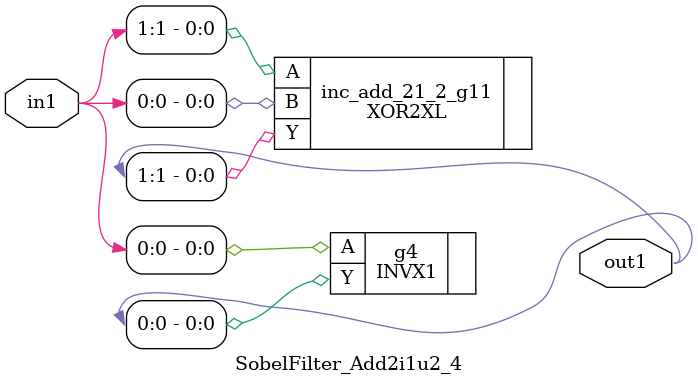
<source format=v>
`timescale 1ps / 1ps


module SobelFilter_Add2i1u2_4(in1, out1);
  input [1:0] in1;
  output [1:0] out1;
  wire [1:0] in1;
  wire [1:0] out1;
  INVX1 g4(.A (in1[0]), .Y (out1[0]));
  XOR2XL inc_add_21_2_g11(.A (in1[1]), .B (in1[0]), .Y (out1[1]));
endmodule



</source>
